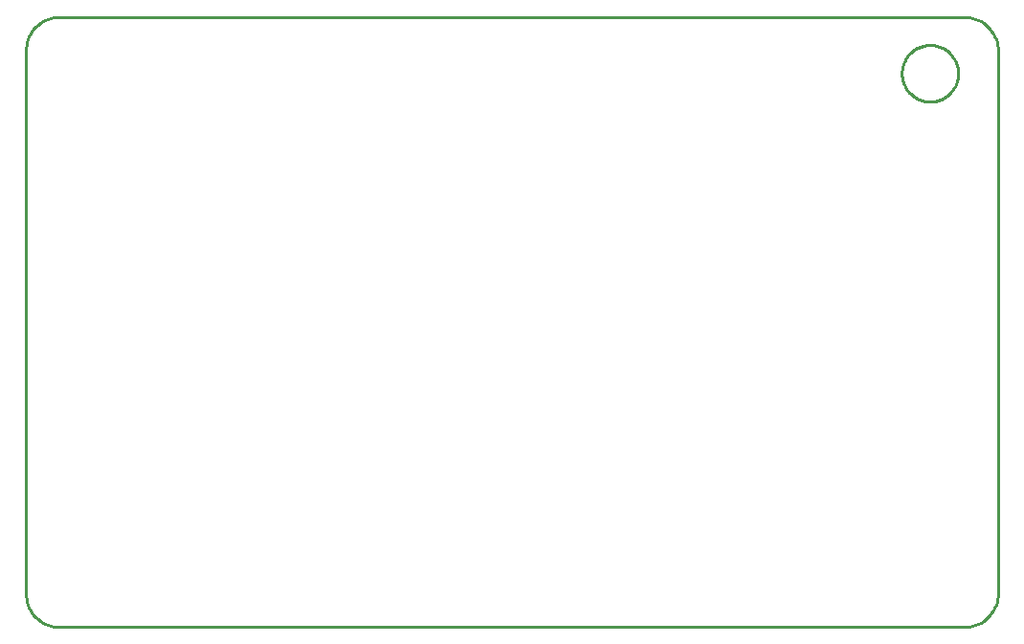
<source format=gbr>
G04 EAGLE Gerber X2 export*
%TF.Part,Single*%
%TF.FileFunction,Profile,NP*%
%TF.FilePolarity,Positive*%
%TF.GenerationSoftware,Autodesk,EAGLE,9.0.1*%
%TF.CreationDate,2018-06-03T14:21:38Z*%
G75*
%MOMM*%
%FSLAX34Y34*%
%LPD*%
%AMOC8*
5,1,8,0,0,1.08239X$1,22.5*%
G01*
%ADD10C,0.254000*%


D10*
X0Y30000D02*
X114Y27385D01*
X456Y24791D01*
X1022Y22235D01*
X1809Y19739D01*
X2811Y17321D01*
X4019Y15000D01*
X5425Y12793D01*
X7019Y10716D01*
X8787Y8787D01*
X10716Y7019D01*
X12793Y5425D01*
X15000Y4019D01*
X17321Y2811D01*
X19739Y1809D01*
X22235Y1022D01*
X24791Y456D01*
X27385Y114D01*
X30000Y0D01*
X830000Y0D01*
X832615Y114D01*
X835209Y456D01*
X837765Y1022D01*
X840261Y1809D01*
X842679Y2811D01*
X845000Y4019D01*
X847207Y5425D01*
X849284Y7019D01*
X851213Y8787D01*
X852981Y10716D01*
X854575Y12793D01*
X855981Y15000D01*
X857189Y17321D01*
X858191Y19739D01*
X858978Y22235D01*
X859544Y24791D01*
X859886Y27385D01*
X860000Y30000D01*
X860000Y510000D01*
X859886Y512615D01*
X859544Y515209D01*
X858978Y517765D01*
X858191Y520261D01*
X857189Y522679D01*
X855981Y525000D01*
X854575Y527207D01*
X852981Y529284D01*
X851213Y531213D01*
X849284Y532981D01*
X847207Y534575D01*
X845000Y535981D01*
X842679Y537189D01*
X840261Y538191D01*
X837765Y538978D01*
X835209Y539544D01*
X832615Y539886D01*
X830000Y540000D01*
X30000Y540000D01*
X27385Y539886D01*
X24791Y539544D01*
X22235Y538978D01*
X19739Y538191D01*
X17321Y537189D01*
X15000Y535981D01*
X12793Y534575D01*
X10716Y532981D01*
X8787Y531213D01*
X7019Y529284D01*
X5425Y527207D01*
X4019Y525000D01*
X2811Y522679D01*
X1809Y520261D01*
X1022Y517765D01*
X456Y515209D01*
X114Y512615D01*
X0Y510000D01*
X0Y30000D01*
X825000Y489299D02*
X824921Y487898D01*
X824764Y486504D01*
X824529Y485121D01*
X824217Y483753D01*
X823829Y482405D01*
X823365Y481081D01*
X822829Y479785D01*
X822220Y478521D01*
X821541Y477293D01*
X820795Y476105D01*
X819983Y474961D01*
X819108Y473864D01*
X818174Y472818D01*
X817182Y471826D01*
X816136Y470892D01*
X815039Y470017D01*
X813895Y469205D01*
X812707Y468459D01*
X811479Y467780D01*
X810215Y467171D01*
X808919Y466635D01*
X807595Y466171D01*
X806247Y465783D01*
X804879Y465471D01*
X803496Y465236D01*
X802102Y465079D01*
X800701Y465000D01*
X799299Y465000D01*
X797898Y465079D01*
X796504Y465236D01*
X795121Y465471D01*
X793753Y465783D01*
X792405Y466171D01*
X791081Y466635D01*
X789785Y467171D01*
X788521Y467780D01*
X787293Y468459D01*
X786105Y469205D01*
X784961Y470017D01*
X783864Y470892D01*
X782818Y471826D01*
X781826Y472818D01*
X780892Y473864D01*
X780017Y474961D01*
X779205Y476105D01*
X778459Y477293D01*
X777780Y478521D01*
X777171Y479785D01*
X776635Y481081D01*
X776171Y482405D01*
X775783Y483753D01*
X775471Y485121D01*
X775236Y486504D01*
X775079Y487898D01*
X775000Y489299D01*
X775000Y490701D01*
X775079Y492102D01*
X775236Y493496D01*
X775471Y494879D01*
X775783Y496247D01*
X776171Y497595D01*
X776635Y498919D01*
X777171Y500215D01*
X777780Y501479D01*
X778459Y502707D01*
X779205Y503895D01*
X780017Y505039D01*
X780892Y506136D01*
X781826Y507182D01*
X782818Y508174D01*
X783864Y509108D01*
X784961Y509983D01*
X786105Y510795D01*
X787293Y511541D01*
X788521Y512220D01*
X789785Y512829D01*
X791081Y513365D01*
X792405Y513829D01*
X793753Y514217D01*
X795121Y514529D01*
X796504Y514764D01*
X797898Y514921D01*
X799299Y515000D01*
X800701Y515000D01*
X802102Y514921D01*
X803496Y514764D01*
X804879Y514529D01*
X806247Y514217D01*
X807595Y513829D01*
X808919Y513365D01*
X810215Y512829D01*
X811479Y512220D01*
X812707Y511541D01*
X813895Y510795D01*
X815039Y509983D01*
X816136Y509108D01*
X817182Y508174D01*
X818174Y507182D01*
X819108Y506136D01*
X819983Y505039D01*
X820795Y503895D01*
X821541Y502707D01*
X822220Y501479D01*
X822829Y500215D01*
X823365Y498919D01*
X823829Y497595D01*
X824217Y496247D01*
X824529Y494879D01*
X824764Y493496D01*
X824921Y492102D01*
X825000Y490701D01*
X825000Y489299D01*
X825000Y489299D02*
X824921Y487898D01*
X824764Y486504D01*
X824529Y485121D01*
X824217Y483753D01*
X823829Y482405D01*
X823365Y481081D01*
X822829Y479785D01*
X822220Y478521D01*
X821541Y477293D01*
X820795Y476105D01*
X819983Y474961D01*
X819108Y473864D01*
X818174Y472818D01*
X817182Y471826D01*
X816136Y470892D01*
X815039Y470017D01*
X813895Y469205D01*
X812707Y468459D01*
X811479Y467780D01*
X810215Y467171D01*
X808919Y466635D01*
X807595Y466171D01*
X806247Y465783D01*
X804879Y465471D01*
X803496Y465236D01*
X802102Y465079D01*
X800701Y465000D01*
X799299Y465000D01*
X797898Y465079D01*
X796504Y465236D01*
X795121Y465471D01*
X793753Y465783D01*
X792405Y466171D01*
X791081Y466635D01*
X789785Y467171D01*
X788521Y467780D01*
X787293Y468459D01*
X786105Y469205D01*
X784961Y470017D01*
X783864Y470892D01*
X782818Y471826D01*
X781826Y472818D01*
X780892Y473864D01*
X780017Y474961D01*
X779205Y476105D01*
X778459Y477293D01*
X777780Y478521D01*
X777171Y479785D01*
X776635Y481081D01*
X776171Y482405D01*
X775783Y483753D01*
X775471Y485121D01*
X775236Y486504D01*
X775079Y487898D01*
X775000Y489299D01*
X775000Y490701D01*
X775079Y492102D01*
X775236Y493496D01*
X775471Y494879D01*
X775783Y496247D01*
X776171Y497595D01*
X776635Y498919D01*
X777171Y500215D01*
X777780Y501479D01*
X778459Y502707D01*
X779205Y503895D01*
X780017Y505039D01*
X780892Y506136D01*
X781826Y507182D01*
X782818Y508174D01*
X783864Y509108D01*
X784961Y509983D01*
X786105Y510795D01*
X787293Y511541D01*
X788521Y512220D01*
X789785Y512829D01*
X791081Y513365D01*
X792405Y513829D01*
X793753Y514217D01*
X795121Y514529D01*
X796504Y514764D01*
X797898Y514921D01*
X799299Y515000D01*
X800701Y515000D01*
X802102Y514921D01*
X803496Y514764D01*
X804879Y514529D01*
X806247Y514217D01*
X807595Y513829D01*
X808919Y513365D01*
X810215Y512829D01*
X811479Y512220D01*
X812707Y511541D01*
X813895Y510795D01*
X815039Y509983D01*
X816136Y509108D01*
X817182Y508174D01*
X818174Y507182D01*
X819108Y506136D01*
X819983Y505039D01*
X820795Y503895D01*
X821541Y502707D01*
X822220Y501479D01*
X822829Y500215D01*
X823365Y498919D01*
X823829Y497595D01*
X824217Y496247D01*
X824529Y494879D01*
X824764Y493496D01*
X824921Y492102D01*
X825000Y490701D01*
X825000Y489299D01*
M02*

</source>
